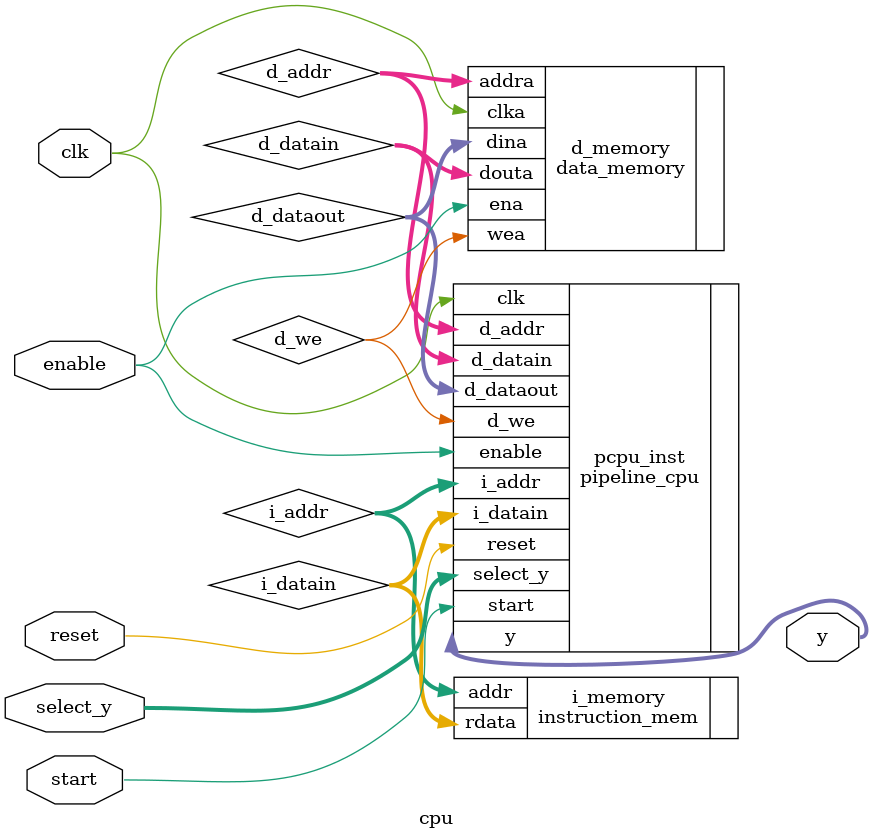
<source format=v>
`timescale 1ns / 1ps
module cpu(
		input wire clk,
		input wire reset,
		input wire start,
		input wire enable,
		input wire [2:0]select_y,
		output wire [15:0]y
    );

	wire [15:0]d_datain;
	wire d_we;
	wire [15:0]d_dataout;
	wire [7:0]d_addr;
	
	wire [7:0]i_addr;
	wire [15:0]i_datain;
	
	data_memory d_memory(
			.wea(d_we),
			.clka(clk),
			.addra(d_addr),
			.douta(d_datain),
			.dina(d_dataout),
			.ena(enable)
	);
	
	instruction_mem i_memory(
			.rdata(i_datain),
			.addr(i_addr)
	);
	 
	pipeline_cpu pcpu_inst(
			.clk(clk),
			.d_datain(d_datain),
			.i_datain(i_datain),
			.enable(enable),
			.reset(reset),
			.start(start),
			.d_addr(d_addr),
			.d_dataout(d_dataout),
			.d_we(d_we),
			.i_addr(i_addr),
			.y(y),
			.select_y(select_y)
	);

endmodule

</source>
